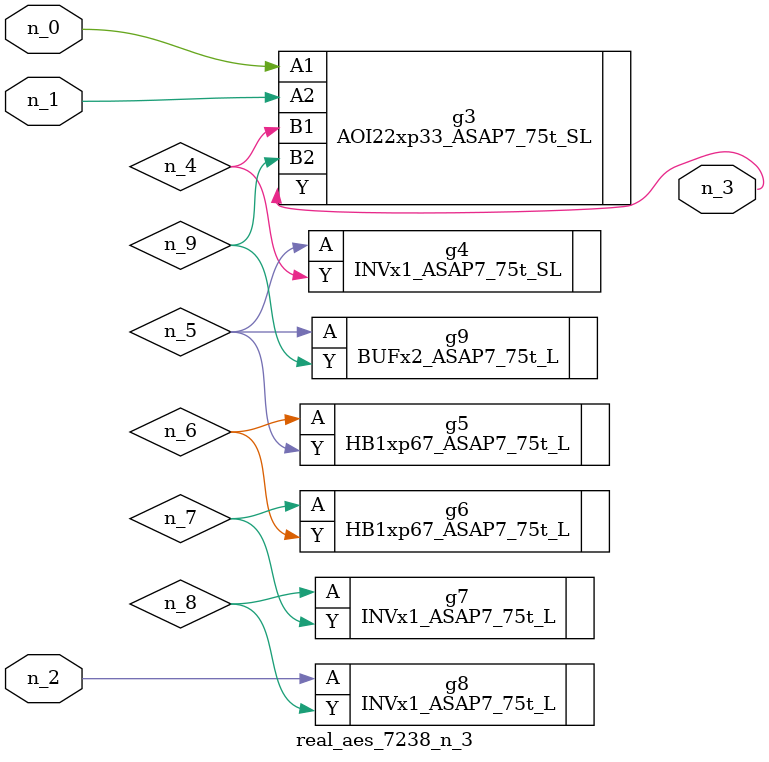
<source format=v>
module real_aes_7238_n_3 (n_0, n_2, n_1, n_3);
input n_0;
input n_2;
input n_1;
output n_3;
wire n_4;
wire n_5;
wire n_7;
wire n_9;
wire n_6;
wire n_8;
AOI22xp33_ASAP7_75t_SL g3 ( .A1(n_0), .A2(n_1), .B1(n_4), .B2(n_9), .Y(n_3) );
INVx1_ASAP7_75t_L g8 ( .A(n_2), .Y(n_8) );
INVx1_ASAP7_75t_SL g4 ( .A(n_5), .Y(n_4) );
BUFx2_ASAP7_75t_L g9 ( .A(n_5), .Y(n_9) );
HB1xp67_ASAP7_75t_L g5 ( .A(n_6), .Y(n_5) );
HB1xp67_ASAP7_75t_L g6 ( .A(n_7), .Y(n_6) );
INVx1_ASAP7_75t_L g7 ( .A(n_8), .Y(n_7) );
endmodule
</source>
